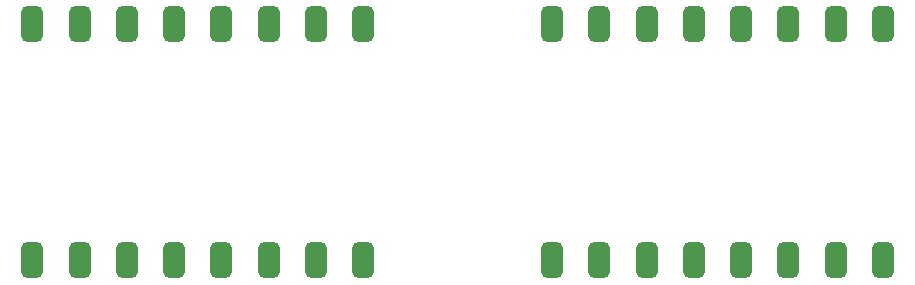
<source format=gtp>
G04 #@! TF.GenerationSoftware,KiCad,Pcbnew,(6.0.1)*
G04 #@! TF.CreationDate,2023-03-29T19:46:05-04:00*
G04 #@! TF.ProjectId,G-NiceRF Breakout Board,472d4e69-6365-4524-9620-427265616b6f,rev?*
G04 #@! TF.SameCoordinates,Original*
G04 #@! TF.FileFunction,Paste,Top*
G04 #@! TF.FilePolarity,Positive*
%FSLAX46Y46*%
G04 Gerber Fmt 4.6, Leading zero omitted, Abs format (unit mm)*
G04 Created by KiCad (PCBNEW (6.0.1)) date 2023-03-29 19:46:05*
%MOMM*%
%LPD*%
G01*
G04 APERTURE LIST*
G04 Aperture macros list*
%AMRoundRect*
0 Rectangle with rounded corners*
0 $1 Rounding radius*
0 $2 $3 $4 $5 $6 $7 $8 $9 X,Y pos of 4 corners*
0 Add a 4 corners polygon primitive as box body*
4,1,4,$2,$3,$4,$5,$6,$7,$8,$9,$2,$3,0*
0 Add four circle primitives for the rounded corners*
1,1,$1+$1,$2,$3*
1,1,$1+$1,$4,$5*
1,1,$1+$1,$6,$7*
1,1,$1+$1,$8,$9*
0 Add four rect primitives between the rounded corners*
20,1,$1+$1,$2,$3,$4,$5,0*
20,1,$1+$1,$4,$5,$6,$7,0*
20,1,$1+$1,$6,$7,$8,$9,0*
20,1,$1+$1,$8,$9,$2,$3,0*%
G04 Aperture macros list end*
%ADD10RoundRect,0.450000X-0.450000X-1.050000X0.450000X-1.050000X0.450000X1.050000X-0.450000X1.050000X0*%
G04 APERTURE END LIST*
D10*
X87000000Y-54000000D03*
X91000000Y-54000000D03*
X95000000Y-54000000D03*
X99000000Y-54000000D03*
X103000000Y-54000000D03*
X107000000Y-54000000D03*
X111000000Y-54000000D03*
X115000000Y-54000000D03*
X87000000Y-74000000D03*
X91000000Y-74000000D03*
X95000000Y-74000000D03*
X99000000Y-74000000D03*
X103000000Y-74000000D03*
X107000000Y-74000000D03*
X111000000Y-74000000D03*
X115000000Y-74000000D03*
X131000000Y-54000000D03*
X135000000Y-54000000D03*
X139000000Y-54000000D03*
X143000000Y-54000000D03*
X147000000Y-54000000D03*
X151000000Y-54000000D03*
X155000000Y-54000000D03*
X159000000Y-54000000D03*
X131000000Y-74000000D03*
X135000000Y-74000000D03*
X139000000Y-74000000D03*
X143000000Y-74000000D03*
X147000000Y-74000000D03*
X151000000Y-74000000D03*
X155000000Y-74000000D03*
X159000000Y-74000000D03*
M02*

</source>
